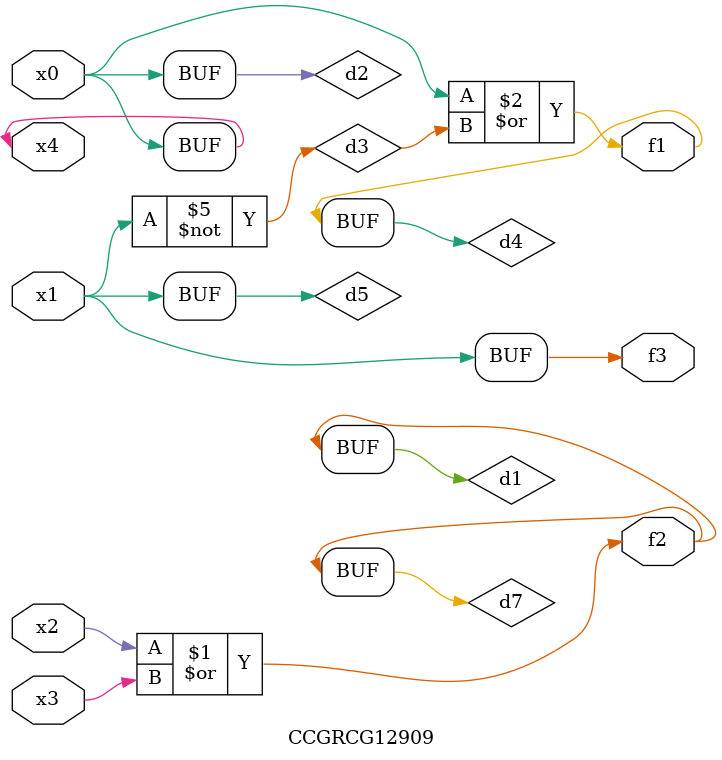
<source format=v>
module CCGRCG12909(
	input x0, x1, x2, x3, x4,
	output f1, f2, f3
);

	wire d1, d2, d3, d4, d5, d6, d7;

	or (d1, x2, x3);
	buf (d2, x0, x4);
	not (d3, x1);
	or (d4, d2, d3);
	not (d5, d3);
	nand (d6, d1, d3);
	or (d7, d1);
	assign f1 = d4;
	assign f2 = d7;
	assign f3 = d5;
endmodule

</source>
